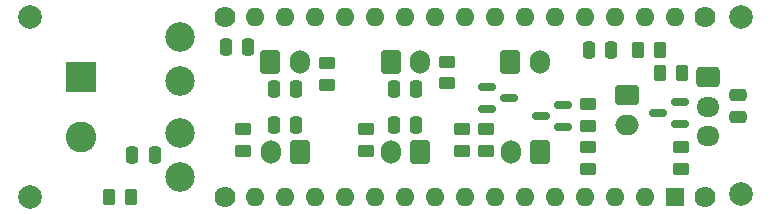
<source format=gbs>
G04 #@! TF.GenerationSoftware,KiCad,Pcbnew,(6.0.4)*
G04 #@! TF.CreationDate,2022-06-19T17:23:47+02:00*
G04 #@! TF.ProjectId,Klipper nano expander,4b6c6970-7065-4722-906e-616e6f206578,1.0*
G04 #@! TF.SameCoordinates,Original*
G04 #@! TF.FileFunction,Soldermask,Bot*
G04 #@! TF.FilePolarity,Negative*
%FSLAX46Y46*%
G04 Gerber Fmt 4.6, Leading zero omitted, Abs format (unit mm)*
G04 Created by KiCad (PCBNEW (6.0.4)) date 2022-06-19 17:23:47*
%MOMM*%
%LPD*%
G01*
G04 APERTURE LIST*
G04 Aperture macros list*
%AMRoundRect*
0 Rectangle with rounded corners*
0 $1 Rounding radius*
0 $2 $3 $4 $5 $6 $7 $8 $9 X,Y pos of 4 corners*
0 Add a 4 corners polygon primitive as box body*
4,1,4,$2,$3,$4,$5,$6,$7,$8,$9,$2,$3,0*
0 Add four circle primitives for the rounded corners*
1,1,$1+$1,$2,$3*
1,1,$1+$1,$4,$5*
1,1,$1+$1,$6,$7*
1,1,$1+$1,$8,$9*
0 Add four rect primitives between the rounded corners*
20,1,$1+$1,$2,$3,$4,$5,0*
20,1,$1+$1,$4,$5,$6,$7,0*
20,1,$1+$1,$6,$7,$8,$9,0*
20,1,$1+$1,$8,$9,$2,$3,0*%
G04 Aperture macros list end*
%ADD10RoundRect,0.250000X-0.600000X-0.750000X0.600000X-0.750000X0.600000X0.750000X-0.600000X0.750000X0*%
%ADD11O,1.700000X2.000000*%
%ADD12RoundRect,0.250000X-0.725000X0.600000X-0.725000X-0.600000X0.725000X-0.600000X0.725000X0.600000X0*%
%ADD13O,1.950000X1.700000*%
%ADD14C,2.000000*%
%ADD15C,2.500000*%
%ADD16RoundRect,0.250000X0.600000X0.750000X-0.600000X0.750000X-0.600000X-0.750000X0.600000X-0.750000X0*%
%ADD17R,2.600000X2.600000*%
%ADD18C,2.600000*%
%ADD19RoundRect,0.250000X-0.750000X0.600000X-0.750000X-0.600000X0.750000X-0.600000X0.750000X0.600000X0*%
%ADD20O,2.000000X1.700000*%
%ADD21RoundRect,0.250000X0.450000X-0.262500X0.450000X0.262500X-0.450000X0.262500X-0.450000X-0.262500X0*%
%ADD22RoundRect,0.250000X0.250000X0.475000X-0.250000X0.475000X-0.250000X-0.475000X0.250000X-0.475000X0*%
%ADD23RoundRect,0.250000X-0.250000X-0.475000X0.250000X-0.475000X0.250000X0.475000X-0.250000X0.475000X0*%
%ADD24RoundRect,0.150000X0.587500X0.150000X-0.587500X0.150000X-0.587500X-0.150000X0.587500X-0.150000X0*%
%ADD25RoundRect,0.250000X-0.450000X0.262500X-0.450000X-0.262500X0.450000X-0.262500X0.450000X0.262500X0*%
%ADD26RoundRect,0.250000X0.262500X0.450000X-0.262500X0.450000X-0.262500X-0.450000X0.262500X-0.450000X0*%
%ADD27RoundRect,0.250000X-0.262500X-0.450000X0.262500X-0.450000X0.262500X0.450000X-0.262500X0.450000X0*%
%ADD28C,1.780000*%
%ADD29R,1.600000X1.600000*%
%ADD30O,1.600000X1.600000*%
%ADD31RoundRect,0.250000X0.475000X-0.250000X0.475000X0.250000X-0.475000X0.250000X-0.475000X-0.250000X0*%
%ADD32RoundRect,0.150000X-0.587500X-0.150000X0.587500X-0.150000X0.587500X0.150000X-0.587500X0.150000X0*%
G04 APERTURE END LIST*
D10*
X140716000Y-88646000D03*
D11*
X143216000Y-88646000D03*
D10*
X150916000Y-88646000D03*
D11*
X153416000Y-88646000D03*
D12*
X177817000Y-89916000D03*
D13*
X177817000Y-92416000D03*
X177817000Y-94916000D03*
D14*
X120396000Y-100076000D03*
X120396000Y-84836000D03*
D15*
X133096000Y-98351000D03*
X133096000Y-94691000D03*
X133096000Y-90221000D03*
X133096000Y-86561000D03*
D10*
X161036000Y-88646000D03*
D11*
X163536000Y-88646000D03*
D16*
X163576000Y-96266000D03*
D11*
X161076000Y-96266000D03*
D17*
X124714000Y-89916000D03*
D18*
X124714000Y-94996000D03*
D14*
X180594000Y-99822000D03*
D16*
X153416000Y-96266000D03*
D11*
X150916000Y-96266000D03*
D19*
X170959000Y-91460000D03*
D20*
X170959000Y-93960000D03*
D16*
X143256000Y-96266000D03*
D11*
X140756000Y-96266000D03*
D14*
X180594000Y-84836000D03*
D21*
X156972000Y-96162500D03*
X156972000Y-94337500D03*
D22*
X142936000Y-93980000D03*
X141036000Y-93980000D03*
D23*
X151196000Y-90932000D03*
X153096000Y-90932000D03*
D24*
X165529500Y-92268000D03*
X165529500Y-94168000D03*
X163654500Y-93218000D03*
D25*
X175514000Y-95861500D03*
X175514000Y-97686500D03*
D21*
X148844000Y-96162500D03*
X148844000Y-94337500D03*
D26*
X173718122Y-87657721D03*
X171893122Y-87657721D03*
D21*
X167640000Y-94027000D03*
X167640000Y-92202000D03*
D22*
X169606000Y-87630000D03*
X167706000Y-87630000D03*
D27*
X173761000Y-89596000D03*
X175586000Y-89596000D03*
D23*
X136972000Y-87376000D03*
X138872000Y-87376000D03*
D21*
X159004000Y-96162500D03*
X159004000Y-94337500D03*
X138430000Y-96162500D03*
X138430000Y-94337500D03*
D28*
X136906000Y-84836000D03*
X177546000Y-84836000D03*
X177546000Y-100076000D03*
X136906000Y-100076000D03*
D29*
X175006000Y-100076000D03*
D30*
X172466000Y-100076000D03*
X169926000Y-100076000D03*
X167386000Y-100076000D03*
X164846000Y-100076000D03*
X162306000Y-100076000D03*
X159766000Y-100076000D03*
X157226000Y-100076000D03*
X154686000Y-100076000D03*
X152146000Y-100076000D03*
X149606000Y-100076000D03*
X147066000Y-100076000D03*
X144526000Y-100076000D03*
X141986000Y-100076000D03*
X139446000Y-100076000D03*
X139446000Y-84836000D03*
X141986000Y-84836000D03*
X144526000Y-84836000D03*
X147066000Y-84836000D03*
X149606000Y-84836000D03*
X152146000Y-84836000D03*
X154686000Y-84836000D03*
X157226000Y-84836000D03*
X159766000Y-84836000D03*
X162306000Y-84836000D03*
X164846000Y-84836000D03*
X167386000Y-84836000D03*
X169926000Y-84836000D03*
X172466000Y-84836000D03*
X175006000Y-84836000D03*
D31*
X180340000Y-93300000D03*
X180340000Y-91400000D03*
D24*
X175435500Y-92014000D03*
X175435500Y-93914000D03*
X173560500Y-92964000D03*
D25*
X145542000Y-88749500D03*
X145542000Y-90574500D03*
D27*
X127103500Y-100076000D03*
X128928500Y-100076000D03*
D32*
X159082500Y-92644000D03*
X159082500Y-90744000D03*
X160957500Y-91694000D03*
D23*
X129032000Y-96520000D03*
X130932000Y-96520000D03*
D25*
X155702000Y-88599000D03*
X155702000Y-90424000D03*
D23*
X141036000Y-90932000D03*
X142936000Y-90932000D03*
D22*
X153096000Y-93980000D03*
X151196000Y-93980000D03*
D25*
X167640000Y-95861500D03*
X167640000Y-97686500D03*
M02*

</source>
